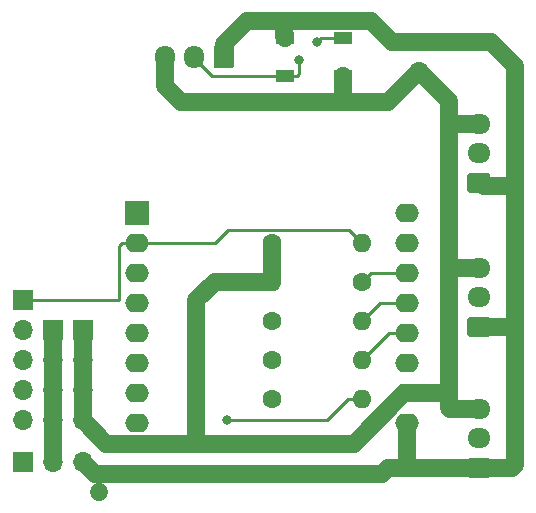
<source format=gtl>
G04 #@! TF.GenerationSoftware,KiCad,Pcbnew,5.1.4-e60b266~84~ubuntu18.04.1*
G04 #@! TF.CreationDate,2019-09-03T20:05:05+02:00*
G04 #@! TF.ProjectId,multisensor,6d756c74-6973-4656-9e73-6f722e6b6963,rev?*
G04 #@! TF.SameCoordinates,Original*
G04 #@! TF.FileFunction,Copper,L1,Top*
G04 #@! TF.FilePolarity,Positive*
%FSLAX46Y46*%
G04 Gerber Fmt 4.6, Leading zero omitted, Abs format (unit mm)*
G04 Created by KiCad (PCBNEW 5.1.4-e60b266~84~ubuntu18.04.1) date 2019-09-03 20:05:05*
%MOMM*%
%LPD*%
G04 APERTURE LIST*
%ADD10R,1.600000X1.600000*%
%ADD11C,1.600000*%
%ADD12O,1.700000X1.950000*%
%ADD13C,0.100000*%
%ADD14C,1.700000*%
%ADD15R,1.500000X1.000000*%
%ADD16O,1.950000X1.700000*%
%ADD17R,1.700000X1.700000*%
%ADD18O,1.700000X1.700000*%
%ADD19O,1.600000X1.600000*%
%ADD20O,2.000000X1.600000*%
%ADD21R,2.000000X2.000000*%
%ADD22C,0.800000*%
%ADD23C,0.250000*%
%ADD24C,1.500000*%
G04 APERTURE END LIST*
D10*
X77216000Y-35052000D03*
D11*
X77216000Y-37552000D03*
D12*
X55706000Y-36322000D03*
X58206000Y-36322000D03*
D13*
G36*
X61330504Y-35348204D02*
G01*
X61354773Y-35351804D01*
X61378571Y-35357765D01*
X61401671Y-35366030D01*
X61423849Y-35376520D01*
X61444893Y-35389133D01*
X61464598Y-35403747D01*
X61482777Y-35420223D01*
X61499253Y-35438402D01*
X61513867Y-35458107D01*
X61526480Y-35479151D01*
X61536970Y-35501329D01*
X61545235Y-35524429D01*
X61551196Y-35548227D01*
X61554796Y-35572496D01*
X61556000Y-35597000D01*
X61556000Y-37047000D01*
X61554796Y-37071504D01*
X61551196Y-37095773D01*
X61545235Y-37119571D01*
X61536970Y-37142671D01*
X61526480Y-37164849D01*
X61513867Y-37185893D01*
X61499253Y-37205598D01*
X61482777Y-37223777D01*
X61464598Y-37240253D01*
X61444893Y-37254867D01*
X61423849Y-37267480D01*
X61401671Y-37277970D01*
X61378571Y-37286235D01*
X61354773Y-37292196D01*
X61330504Y-37295796D01*
X61306000Y-37297000D01*
X60106000Y-37297000D01*
X60081496Y-37295796D01*
X60057227Y-37292196D01*
X60033429Y-37286235D01*
X60010329Y-37277970D01*
X59988151Y-37267480D01*
X59967107Y-37254867D01*
X59947402Y-37240253D01*
X59929223Y-37223777D01*
X59912747Y-37205598D01*
X59898133Y-37185893D01*
X59885520Y-37164849D01*
X59875030Y-37142671D01*
X59866765Y-37119571D01*
X59860804Y-37095773D01*
X59857204Y-37071504D01*
X59856000Y-37047000D01*
X59856000Y-35597000D01*
X59857204Y-35572496D01*
X59860804Y-35548227D01*
X59866765Y-35524429D01*
X59875030Y-35501329D01*
X59885520Y-35479151D01*
X59898133Y-35458107D01*
X59912747Y-35438402D01*
X59929223Y-35420223D01*
X59947402Y-35403747D01*
X59967107Y-35389133D01*
X59988151Y-35376520D01*
X60010329Y-35366030D01*
X60033429Y-35357765D01*
X60057227Y-35351804D01*
X60081496Y-35348204D01*
X60106000Y-35347000D01*
X61306000Y-35347000D01*
X61330504Y-35348204D01*
X61330504Y-35348204D01*
G37*
D14*
X60706000Y-36322000D03*
D15*
X70776000Y-37922000D03*
X70776000Y-34722000D03*
X65876000Y-37922000D03*
X65876000Y-34722000D03*
D16*
X82296000Y-54182000D03*
X82296000Y-56682000D03*
D13*
G36*
X83045504Y-58333204D02*
G01*
X83069773Y-58336804D01*
X83093571Y-58342765D01*
X83116671Y-58351030D01*
X83138849Y-58361520D01*
X83159893Y-58374133D01*
X83179598Y-58388747D01*
X83197777Y-58405223D01*
X83214253Y-58423402D01*
X83228867Y-58443107D01*
X83241480Y-58464151D01*
X83251970Y-58486329D01*
X83260235Y-58509429D01*
X83266196Y-58533227D01*
X83269796Y-58557496D01*
X83271000Y-58582000D01*
X83271000Y-59782000D01*
X83269796Y-59806504D01*
X83266196Y-59830773D01*
X83260235Y-59854571D01*
X83251970Y-59877671D01*
X83241480Y-59899849D01*
X83228867Y-59920893D01*
X83214253Y-59940598D01*
X83197777Y-59958777D01*
X83179598Y-59975253D01*
X83159893Y-59989867D01*
X83138849Y-60002480D01*
X83116671Y-60012970D01*
X83093571Y-60021235D01*
X83069773Y-60027196D01*
X83045504Y-60030796D01*
X83021000Y-60032000D01*
X81571000Y-60032000D01*
X81546496Y-60030796D01*
X81522227Y-60027196D01*
X81498429Y-60021235D01*
X81475329Y-60012970D01*
X81453151Y-60002480D01*
X81432107Y-59989867D01*
X81412402Y-59975253D01*
X81394223Y-59958777D01*
X81377747Y-59940598D01*
X81363133Y-59920893D01*
X81350520Y-59899849D01*
X81340030Y-59877671D01*
X81331765Y-59854571D01*
X81325804Y-59830773D01*
X81322204Y-59806504D01*
X81321000Y-59782000D01*
X81321000Y-58582000D01*
X81322204Y-58557496D01*
X81325804Y-58533227D01*
X81331765Y-58509429D01*
X81340030Y-58486329D01*
X81350520Y-58464151D01*
X81363133Y-58443107D01*
X81377747Y-58423402D01*
X81394223Y-58405223D01*
X81412402Y-58388747D01*
X81432107Y-58374133D01*
X81453151Y-58361520D01*
X81475329Y-58351030D01*
X81498429Y-58342765D01*
X81522227Y-58336804D01*
X81546496Y-58333204D01*
X81571000Y-58332000D01*
X83021000Y-58332000D01*
X83045504Y-58333204D01*
X83045504Y-58333204D01*
G37*
D14*
X82296000Y-59182000D03*
D17*
X46228000Y-59436000D03*
D18*
X46228000Y-61976000D03*
X46228000Y-64516000D03*
X46228000Y-67056000D03*
D17*
X43688000Y-70612000D03*
D18*
X46228000Y-70612000D03*
X48768000Y-70612000D03*
X48768000Y-67056000D03*
X48768000Y-64516000D03*
X48768000Y-61976000D03*
D17*
X48768000Y-59436000D03*
D13*
G36*
X83045504Y-70271204D02*
G01*
X83069773Y-70274804D01*
X83093571Y-70280765D01*
X83116671Y-70289030D01*
X83138849Y-70299520D01*
X83159893Y-70312133D01*
X83179598Y-70326747D01*
X83197777Y-70343223D01*
X83214253Y-70361402D01*
X83228867Y-70381107D01*
X83241480Y-70402151D01*
X83251970Y-70424329D01*
X83260235Y-70447429D01*
X83266196Y-70471227D01*
X83269796Y-70495496D01*
X83271000Y-70520000D01*
X83271000Y-71720000D01*
X83269796Y-71744504D01*
X83266196Y-71768773D01*
X83260235Y-71792571D01*
X83251970Y-71815671D01*
X83241480Y-71837849D01*
X83228867Y-71858893D01*
X83214253Y-71878598D01*
X83197777Y-71896777D01*
X83179598Y-71913253D01*
X83159893Y-71927867D01*
X83138849Y-71940480D01*
X83116671Y-71950970D01*
X83093571Y-71959235D01*
X83069773Y-71965196D01*
X83045504Y-71968796D01*
X83021000Y-71970000D01*
X81571000Y-71970000D01*
X81546496Y-71968796D01*
X81522227Y-71965196D01*
X81498429Y-71959235D01*
X81475329Y-71950970D01*
X81453151Y-71940480D01*
X81432107Y-71927867D01*
X81412402Y-71913253D01*
X81394223Y-71896777D01*
X81377747Y-71878598D01*
X81363133Y-71858893D01*
X81350520Y-71837849D01*
X81340030Y-71815671D01*
X81331765Y-71792571D01*
X81325804Y-71768773D01*
X81322204Y-71744504D01*
X81321000Y-71720000D01*
X81321000Y-70520000D01*
X81322204Y-70495496D01*
X81325804Y-70471227D01*
X81331765Y-70447429D01*
X81340030Y-70424329D01*
X81350520Y-70402151D01*
X81363133Y-70381107D01*
X81377747Y-70361402D01*
X81394223Y-70343223D01*
X81412402Y-70326747D01*
X81432107Y-70312133D01*
X81453151Y-70299520D01*
X81475329Y-70289030D01*
X81498429Y-70280765D01*
X81522227Y-70274804D01*
X81546496Y-70271204D01*
X81571000Y-70270000D01*
X83021000Y-70270000D01*
X83045504Y-70271204D01*
X83045504Y-70271204D01*
G37*
D14*
X82296000Y-71120000D03*
D16*
X82296000Y-68620000D03*
X82296000Y-66120000D03*
D11*
X64770000Y-61976000D03*
D19*
X72390000Y-61976000D03*
D11*
X64770000Y-58674000D03*
D19*
X72390000Y-58674000D03*
X72390000Y-65278000D03*
D11*
X64770000Y-65278000D03*
D19*
X64770000Y-55372000D03*
D11*
X72390000Y-55372000D03*
X64770000Y-52070000D03*
D19*
X72390000Y-52070000D03*
D13*
G36*
X83045504Y-46141204D02*
G01*
X83069773Y-46144804D01*
X83093571Y-46150765D01*
X83116671Y-46159030D01*
X83138849Y-46169520D01*
X83159893Y-46182133D01*
X83179598Y-46196747D01*
X83197777Y-46213223D01*
X83214253Y-46231402D01*
X83228867Y-46251107D01*
X83241480Y-46272151D01*
X83251970Y-46294329D01*
X83260235Y-46317429D01*
X83266196Y-46341227D01*
X83269796Y-46365496D01*
X83271000Y-46390000D01*
X83271000Y-47590000D01*
X83269796Y-47614504D01*
X83266196Y-47638773D01*
X83260235Y-47662571D01*
X83251970Y-47685671D01*
X83241480Y-47707849D01*
X83228867Y-47728893D01*
X83214253Y-47748598D01*
X83197777Y-47766777D01*
X83179598Y-47783253D01*
X83159893Y-47797867D01*
X83138849Y-47810480D01*
X83116671Y-47820970D01*
X83093571Y-47829235D01*
X83069773Y-47835196D01*
X83045504Y-47838796D01*
X83021000Y-47840000D01*
X81571000Y-47840000D01*
X81546496Y-47838796D01*
X81522227Y-47835196D01*
X81498429Y-47829235D01*
X81475329Y-47820970D01*
X81453151Y-47810480D01*
X81432107Y-47797867D01*
X81412402Y-47783253D01*
X81394223Y-47766777D01*
X81377747Y-47748598D01*
X81363133Y-47728893D01*
X81350520Y-47707849D01*
X81340030Y-47685671D01*
X81331765Y-47662571D01*
X81325804Y-47638773D01*
X81322204Y-47614504D01*
X81321000Y-47590000D01*
X81321000Y-46390000D01*
X81322204Y-46365496D01*
X81325804Y-46341227D01*
X81331765Y-46317429D01*
X81340030Y-46294329D01*
X81350520Y-46272151D01*
X81363133Y-46251107D01*
X81377747Y-46231402D01*
X81394223Y-46213223D01*
X81412402Y-46196747D01*
X81432107Y-46182133D01*
X81453151Y-46169520D01*
X81475329Y-46159030D01*
X81498429Y-46150765D01*
X81522227Y-46144804D01*
X81546496Y-46141204D01*
X81571000Y-46140000D01*
X83021000Y-46140000D01*
X83045504Y-46141204D01*
X83045504Y-46141204D01*
G37*
D14*
X82296000Y-46990000D03*
D16*
X82296000Y-44490000D03*
X82296000Y-41990000D03*
D20*
X76200000Y-49530000D03*
X76200000Y-52070000D03*
X76200000Y-54610000D03*
X76200000Y-57150000D03*
X76200000Y-59690000D03*
X76200000Y-62230000D03*
X76200000Y-64770000D03*
X76200000Y-67310000D03*
X53340000Y-67310000D03*
X53340000Y-64770000D03*
X53340000Y-62230000D03*
X53340000Y-59690000D03*
X53340000Y-57150000D03*
X53340000Y-54610000D03*
D21*
X53340000Y-49530000D03*
D20*
X53340000Y-52070000D03*
D17*
X43688000Y-56896000D03*
D18*
X43688000Y-59436000D03*
X43688000Y-61976000D03*
X43688000Y-64516000D03*
X43688000Y-67056000D03*
D22*
X67056000Y-36576000D03*
X68580000Y-35052000D03*
X60960000Y-67056000D03*
D23*
X49276000Y-71120000D02*
X48768000Y-70612000D01*
X76200000Y-67310000D02*
X76200000Y-70866000D01*
X82296000Y-71120000D02*
X76454000Y-71120000D01*
X76200000Y-70866000D02*
X76454000Y-71120000D01*
D24*
X76200000Y-67310000D02*
X76200000Y-69610000D01*
X81221000Y-71120000D02*
X76200000Y-71120000D01*
X82296000Y-71120000D02*
X81221000Y-71120000D01*
D23*
X76454000Y-71120000D02*
X76200000Y-71120000D01*
D24*
X76200000Y-67310000D02*
X76200000Y-71120000D01*
X85090000Y-71120000D02*
X82296000Y-71120000D01*
X85344000Y-70866000D02*
X85090000Y-71120000D01*
X85090000Y-59182000D02*
X85344000Y-59436000D01*
X82296000Y-59182000D02*
X85090000Y-59182000D01*
X85344000Y-59436000D02*
X85344000Y-70866000D01*
X82720598Y-47244000D02*
X85344000Y-47244000D01*
X82466598Y-46990000D02*
X82720598Y-47244000D01*
X82296000Y-46990000D02*
X82466598Y-46990000D01*
X85344000Y-47244000D02*
X85344000Y-59436000D01*
X65788001Y-33271999D02*
X65788001Y-34634001D01*
X60706000Y-36322000D02*
X60706000Y-35247000D01*
X62681001Y-33271999D02*
X65788001Y-33271999D01*
X73135999Y-33271999D02*
X74916000Y-35052000D01*
X74916000Y-35052000D02*
X77216000Y-35052000D01*
X60706000Y-35247000D02*
X62681001Y-33271999D01*
D23*
X65876000Y-33692000D02*
X65876000Y-34722000D01*
D24*
X65788001Y-33271999D02*
X73135999Y-33271999D01*
X65788001Y-34634001D02*
X65876000Y-34722000D01*
D23*
X77216000Y-35052000D02*
X76166000Y-35052000D01*
X66040000Y-33528000D02*
X63500000Y-33528000D01*
X66040000Y-33528000D02*
X65876000Y-33692000D01*
D24*
X50105919Y-73152000D02*
X50105919Y-73151999D01*
X49784000Y-71628000D02*
X48768000Y-70612000D01*
X74100081Y-71628000D02*
X49784000Y-71628000D01*
X76200000Y-71120000D02*
X74608081Y-71120000D01*
X74608081Y-71120000D02*
X74100081Y-71628000D01*
X77216000Y-35052000D02*
X83312000Y-35052000D01*
X85344000Y-37084000D02*
X85344000Y-47244000D01*
X83312000Y-35052000D02*
X85344000Y-37084000D01*
D23*
X79582000Y-54182000D02*
X82296000Y-54182000D01*
X79502000Y-54102000D02*
X79582000Y-54182000D01*
X79502000Y-43559000D02*
X79502000Y-54102000D01*
X79248000Y-64770000D02*
X76200000Y-64770000D01*
X79502000Y-54102000D02*
X79502000Y-65024000D01*
X79502000Y-65024000D02*
X79248000Y-64770000D01*
X80598000Y-66120000D02*
X82296000Y-66120000D01*
X79502000Y-65024000D02*
X80598000Y-66120000D01*
X79502000Y-43559000D02*
X79502000Y-41910000D01*
D24*
X79502000Y-64770000D02*
X76200000Y-64770000D01*
X79756000Y-65024000D02*
X79502000Y-64770000D01*
X79821000Y-66120000D02*
X82296000Y-66120000D01*
X79756000Y-66055000D02*
X79821000Y-66120000D01*
X79756000Y-65024000D02*
X79756000Y-66055000D01*
X79756000Y-54247000D02*
X79756000Y-54356000D01*
X82296000Y-54182000D02*
X79821000Y-54182000D01*
X79821000Y-54182000D02*
X79756000Y-54247000D01*
X79756000Y-54356000D02*
X79756000Y-65024000D01*
X76000000Y-64770000D02*
X76200000Y-64770000D01*
X71709990Y-69060010D02*
X76000000Y-64770000D01*
X48768000Y-67056000D02*
X48768000Y-61786000D01*
X50772010Y-69060010D02*
X48768000Y-67056000D01*
X48768000Y-61786000D02*
X48768000Y-59436000D01*
X51788010Y-69060010D02*
X50772010Y-69060010D01*
X64770000Y-55372000D02*
X59944000Y-55372000D01*
X58392010Y-68607990D02*
X57939990Y-69060010D01*
X58392010Y-56923990D02*
X58392010Y-68607990D01*
X59944000Y-55372000D02*
X58392010Y-56923990D01*
X51788010Y-69060010D02*
X57939990Y-69060010D01*
X57939990Y-69060010D02*
X71709990Y-69060010D01*
X64770000Y-55372000D02*
X64770000Y-52070000D01*
D23*
X79502000Y-41910000D02*
X79502000Y-39838000D01*
D24*
X79756000Y-40092000D02*
X77216000Y-37552000D01*
X55706000Y-38797000D02*
X57041000Y-40132000D01*
X57041000Y-40132000D02*
X65024000Y-40132000D01*
X70104000Y-40132000D02*
X74636000Y-40132000D01*
X70776000Y-39922000D02*
X70566000Y-40132000D01*
D23*
X70598000Y-38100000D02*
X70776000Y-37922000D01*
D24*
X70566000Y-40132000D02*
X70104000Y-40132000D01*
X70776000Y-37922000D02*
X70776000Y-39922000D01*
D23*
X76378000Y-37922000D02*
X77216000Y-37084000D01*
D24*
X74636000Y-40132000D02*
X77216000Y-37552000D01*
D23*
X55706000Y-36197000D02*
X55706000Y-36322000D01*
D24*
X65024000Y-40132000D02*
X70104000Y-40132000D01*
X55706000Y-36322000D02*
X55706000Y-38797000D01*
X79756000Y-41925000D02*
X79756000Y-41656000D01*
X79821000Y-41990000D02*
X79756000Y-41925000D01*
X82296000Y-41990000D02*
X79821000Y-41990000D01*
X79756000Y-40092000D02*
X79756000Y-41656000D01*
X79756000Y-41656000D02*
X79756000Y-54356000D01*
X46228000Y-59436000D02*
X46228000Y-70612000D01*
D23*
X53340000Y-52070000D02*
X59944000Y-52070000D01*
X71590001Y-51270001D02*
X72390000Y-52070000D01*
X61069001Y-50944999D02*
X71264999Y-50944999D01*
X71264999Y-50944999D02*
X71590001Y-51270001D01*
X59944000Y-52070000D02*
X61069001Y-50944999D01*
X51816000Y-56896000D02*
X43688000Y-56896000D01*
X51816000Y-52344000D02*
X51816000Y-56896000D01*
X53340000Y-52070000D02*
X52090000Y-52070000D01*
X52090000Y-52070000D02*
X51816000Y-52344000D01*
X53140000Y-59690000D02*
X53340000Y-59690000D01*
X53340000Y-62230000D02*
X53140000Y-62230000D01*
X67056000Y-36576000D02*
X67056000Y-36576000D01*
X67056000Y-37742000D02*
X67056000Y-36576000D01*
X58206000Y-36447000D02*
X58206000Y-36322000D01*
X66876000Y-37922000D02*
X67056000Y-37742000D01*
X65876000Y-37922000D02*
X59681000Y-37922000D01*
X59681000Y-37922000D02*
X58206000Y-36447000D01*
X65876000Y-37922000D02*
X66876000Y-37922000D01*
X68910000Y-34722000D02*
X68580000Y-35052000D01*
X70776000Y-34722000D02*
X70526000Y-34722000D01*
X70914000Y-34584000D02*
X70776000Y-34722000D01*
X70776000Y-34722000D02*
X68910000Y-34722000D01*
X74676000Y-59690000D02*
X76200000Y-59690000D01*
X72390000Y-61976000D02*
X74676000Y-59690000D01*
X73914000Y-57150000D02*
X72390000Y-58674000D01*
X76200000Y-57150000D02*
X73914000Y-57150000D01*
X71258630Y-65278000D02*
X69480630Y-67056000D01*
X72390000Y-65278000D02*
X71258630Y-65278000D01*
X69480630Y-67056000D02*
X64008000Y-67056000D01*
X64008000Y-67056000D02*
X60960000Y-67056000D01*
X60960000Y-67056000D02*
X60960000Y-67056000D01*
X73152000Y-54610000D02*
X72390000Y-55372000D01*
X76200000Y-54610000D02*
X73152000Y-54610000D01*
M02*

</source>
